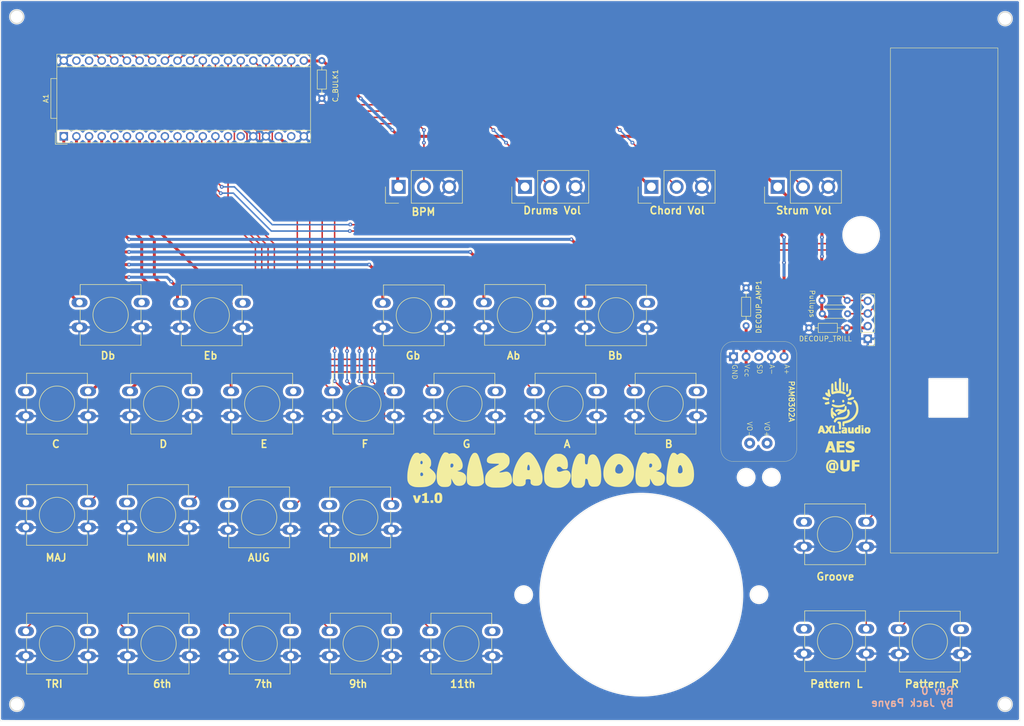
<source format=kicad_pcb>
(kicad_pcb (version 20241229) (generator "pcbnew") (generator_version "9.0")
  (title_block (title "Brizachord") (rev "0") (company "AXL.audio"))
  (layers (0 "F.Cu" signal) (2 "B.Cu" signal) (13 "F.Paste" user) (15 "B.Paste" user) (5 "F.SilkS" user "F.Silkscreen") (7 "B.SilkS" user "B.Silkscreen") (1 "F.Mask" user) (3 "B.Mask" user) (25 "Edge.Cuts" user))
  (net 0 "")
  (net 1 "/A0")
  (net 2 "GND")
  (net 3 "/D27")
  (net 4 "/D3")
  (net 5 "/I2C_SDA")
  (net 6 "/D24")
  (net 7 "/D23")
  (net 8 "/LINE_OUT")
  (net 9 "/I2C_SCL")
  (net 10 "/D10")
  (net 11 "/D22")
  (net 12 "/D4")
  (net 13 "/D29")
  (net 14 "/D2")
  (net 15 "/D7")
  (net 16 "/D13")
  (net 17 "/D6")
  (net 18 "/D28")
  (net 19 "/D1")
  (net 20 "/D19")
  (net 21 "/A3")
  (net 22 "/A2")
  (net 23 "/D14")
  (net 24 "/D20")
  (net 25 "/D8")
  (net 26 "/D25")
  (net 27 "/A1")
  (net 28 "/D5")
  (net 29 "/3V3_A")
  (net 30 "/D30")
  (net 31 "/D9")
  (net 32 "/D21")
  (net 33 "/D26")
  (net 34 "/D0")
  (footprint "Button_Switch_THT:SW_PUSH-12mm" (layer "F.Cu") (at 131.23 83.6 180)
    (property "Reference" "SWAb1" (hide yes))
    (property "Value" "SW_SPST" (hide yes))
  )
  (footprint "Connector_PinHeader_2.54mm:PinHeader_1x04_P2.54mm_Vertical" (layer "F.Cu") (at 195.896274 85.895387 180)
    (property "Reference" "TrillBar1" (hide yes))
    (property "Value" "~")
  )
  (footprint "Module:Electrosmith_Daisy_Seed" (layer "F.Cu") (at 34.29 45.18 90)
    (property "Reference" "A1")
    (property "Value" "Electrosmith_Daisy_Seed_Rev4")
  )
  (footprint "Button_Switch_THT:SW_PUSH-12mm" (layer "F.Cu") (at 100.75 101.46 180)
    (property "Reference" "SWF1" (hide yes))
    (property "Value" "SW_SPST" (hide yes))
  )
  (footprint "Button_Switch_THT:SW_PUSH-12mm" (layer "F.Cu") (at 60.11 101.46 180)
    (property "Reference" "SWD1" (hide yes))
    (property "Value" "SW_SPST" (hide yes))
  )
  (footprint "Button_Switch_THT:SW_PUSH-12mm" (layer "F.Cu") (at 59.49 123.84 180)
    (property "Reference" "SWQ_MIN1" (hide yes))
    (property "Value" "SW_SPST" (hide yes))
  )
  (footprint "Button_Switch_THT:SW_PUSH-12mm" (layer "F.Cu") (at 49.95 83.6 180)
    (property "Reference" "SWDb1" (hide yes))
    (property "Value" "SW_SPST" (hide yes))
  )
  (footprint "Button_Switch_THT:SW_PUSH-12mm" (layer "F.Cu") (at 151.55 83.68 180)
    (property "Reference" "SWBb1" (hide yes))
    (property "Value" "SW_SPST" (hide yes))
  )
  (footprint "Button_Switch_THT:SW_PUSH-12mm" (layer "F.Cu") (at 161.51 101.46 180)
    (property "Reference" "SWB1" (hide yes))
    (property "Value" "SW_SPST" (hide yes))
  )
  (footprint "Button_Switch_THT:SW_PUSH-12mm" (layer "F.Cu") (at 100.13 124.32 180)
    (property "Reference" "SWQ_DIM1" (hide yes))
    (property "Value" "SW_SPST" (hide yes))
  )
  (footprint "Connector_Samtec_HPM_THT:Samtec_HPM-03-01-x-S_Straight_1x03_Pitch5.08mm" (layer "F.Cu") (at 152.4 55.34 90)
    (property "Reference" "POT_CHORDVOL1" (hide yes))
    (property "Value" "R_Potentiometer_US" (hide yes))
  )
  (footprint "Button_Switch_THT:SW_PUSH-12mm" (layer "F.Cu") (at 39.17 101.46 180)
    (property "Reference" "SWC1" (hide yes))
    (property "Value" "SW_SPST" (hide yes))
  )
  (footprint "Button_Switch_THT:SW_PUSH-12mm" (layer "F.Cu") (at 121.07 101.46 180)
    (property "Reference" "SWG1" (hide yes))
    (property "Value" "SW_SPST" (hide yes))
  )
  (footprint "Button_Switch_THT:SW_PUSH-12mm" (layer "F.Cu") (at 39.17 149.72 180)
    (property "Reference" "SWE_TRI1" (hide yes))
    (property "Value" "SW_SPST")
  )
  (footprint "Resistor_THT:R_Axial_DIN0204_L3.6mm_D1.6mm_P5.08mm_Horizontal" (layer "F.Cu") (at 186.763758 80.864745)
    (property "Reference" "PULLUP_SDA1" (hide yes))
    (property "Value" "10k")
  )
  (footprint "Brizachord:PAM8302_BREAKOUT" (layer "F.Cu") (at 179.069999 89.495001 -90)
    (property "Reference" "PAM1" (hide yes))
    (property "Value" "~" (hide yes))
  )
  (footprint "Connector_Samtec_HPM_THT:Samtec_HPM-03-01-x-S_Straight_1x03_Pitch5.08mm" (layer "F.Cu") (at 177.8 55.34 90)
    (property "Reference" "POT_STRUMVOL1" (hide yes))
    (property "Value" "R_Potentiometer_US" (hide yes))
  )
  (footprint "Button_Switch_THT:SW_PUSH-12mm" (layer "F.Cu") (at 79.81 124.32 180)
    (property "Reference" "SWQ_AUG1" (hide yes))
    (property "Value" "SW_SPST" (hide yes))
  )
  (footprint "Button_Switch_THT:SW_PUSH-12mm" (layer "F.Cu") (at 80.43 101.46 180)
    (property "Reference" "SWE1" (hide yes))
    (property "Value" "SW_SPST" (hide yes))
  )
  (footprint "Button_Switch_THT:SW_PUSH-12mm" (layer "F.Cu") (at 120.45 149.72 180)
    (property "Reference" "SWE_11th1" (hide yes))
    (property "Value" "SW_SPST")
  )
  (footprint "Button_Switch_THT:SW_PUSH-12mm" (layer "F.Cu") (at 59.59 149.72 180)
    (property "Reference" "SWE_6th1" (hide yes))
    (property "Value" "SW_SPST")
  )
  (footprint "Brizachord:Prodlogos" (layer "F.Cu") (at 190.5 103.6)
    (property "Reference" "G***" (hide yes))
    (property "Value" "LOGO" (hide yes))
  )
  (footprint "Button_Switch_THT:SW_PUSH-12mm" (layer "F.Cu") (at 79.91 149.72 180)
    (property "Reference" "SWE_7th1" (hide yes))
    (property "Value" "SW_SPST")
  )
  (footprint "Button_Switch_THT:SW_PUSH-12mm" (layer "F.Cu") (at 110.91 83.68 180)
    (property "Reference" "SWGb1" (hide yes))
    (property "Value" "SW_SPST" (hide yes))
  )
  (footprint "Button_Switch_THT:SW_PUSH-12mm" (layer "F.Cu") (at 214.63 149.32 180)
    (property "Reference" "SWPS_R1" (hide yes))
    (property "Value" "SW_SPST")
  )
  (footprint "Button_Switch_THT:SW_PUSH-12mm" (layer "F.Cu") (at 141.39 101.46 180)
    (property "Reference" "SWA1" (hide yes))
    (property "Value" "SW_SPST" (hide yes))
  )
  (footprint "Button_Switch_THT:SW_PUSH-12mm" (layer "F.Cu") (at 39.17 123.84 180)
    (property "Reference" "SWQ_MAJ1" (hide yes))
    (property "Value" "SW_SPST")
  )
  (footprint "Resistor_THT:R_Axial_DIN0204_L3.6mm_D1.6mm_P7.62mm_Horizontal" (layer "F.Cu") (at 86.16 37.56 90)
    (property "Reference" "C_BULK1")
    (property "Value" "10uF")
  )
  (footprint "Resistor_THT:R_Axial_DIN0204_L3.6mm_D1.6mm_P5.08mm_Horizontal" (layer "F.Cu") (at 191.786332 78.188714 180)
    (property "Reference" "PULLUP_SCL1" (hide yes))
    (property "Value" "10k")
  )
  (footprint "Button_Switch_THT:SW_PUSH-12mm" (layer "F.Cu") (at 70.27 83.68 180)
    (property "Reference" "SWEb1" (hide yes))
    (property "Value" "SW_SPST" (hide yes))
  )
  (footprint "Connector_Samtec_HPM_THT:Samtec_HPM-03-01-x-S_Straight_1x03_Pitch5.08mm" (layer "F.Cu") (at 127 55.34 90)
    (property "Reference" "POT_DRUMVOL1" (hide yes))
    (property "Value" "R_Potentiometer_US" (hide yes))
  )
  (footprint "Button_Switch_THT:SW_PUSH-12mm" (layer "F.Cu") (at 195.58 127.73 180)
    (property "Reference" "SW_GRVTGL1" (hide yes))
    (property "Value" "SW_SPST")
  )
  (footprint "Button_Switch_THT:SW_PUSH-12mm" (layer "F.Cu") (at 100.23 149.72 180)
    (property "Reference" "SWE_9th1" (hide yes))
    (property "Value" "SW_SPST")
  )
  (footprint "Button_Switch_THT:SW_PUSH-12mm" (layer "F.Cu") (at 195.58 149.24 180)
    (property "Reference" "SWPS_L1" (hide yes))
    (property "Value" "SW_SPST")
  )
  (footprint "Brizachord:Brizachordlogo" (layer "F.Cu") (at 143.51 111.76)
    (property "Reference" "G***" (hide yes))
    (property "Value" "LOGO" (hide yes))
  )
  (footprint "Resistor_THT:R_Axial_DIN0204_L3.6mm_D1.6mm_P7.62mm_Horizontal" (layer "F.Cu") (at 191.677636 83.711601 180)
    (property "Reference" "DECOUP_TRILL1" (hide yes))
    (property "Value" "0.1uF")
  )
  (footprint "Resistor_THT:R_Axial_DIN0204_L3.6mm_D1.6mm_P7.62mm_Horizontal" (layer "F.Cu") (at 171.45 83.28 90)
    (property "Reference" "DECOUP_AMP1")
    (property "Value" "0.1uF" (hide yes))
  )
  (footprint "Connector_Samtec_HPM_THT:Samtec_HPM-03-01-x-S_Straight_1x03_Pitch5.08mm" (layer "F.Cu") (at 101.6 55.34 90)
    (property "Reference" "POT_BPM1" (hide yes))
    (property "Value" "R_Potentiometer_US" (hide yes))
  )
  (gr_rect (start 200.46 27.4) (end 222.06 129) (stroke (width 0.1)) (fill no) (layer "F.SilkS"))
  (gr_circle (center 150.38 137.38) (end 170.68 137.38) (stroke (width 0.05)) (fill no) (layer "Edge.Cuts"))
  (gr_circle (center 223.52 21.51) (end 224.87 21.51) (stroke (width 0.2)) (fill no) (layer "Edge.Cuts"))
  (gr_circle (center 126.73 137.38) (end 128.43 137.38) (stroke (width 0.05)) (fill no) (layer "Edge.Cuts"))
  (gr_circle (center 176.53 113.76) (end 178.23 113.76) (stroke (width 0.05)) (fill no) (layer "Edge.Cuts"))
  (gr_circle (center 24.84 21.13) (end 26.19 21.13) (stroke (width 0.2)) (fill no) (layer "Edge.Cuts"))
  (gr_circle (center 24.84 159.43) (end 26.19 159.43) (stroke (width 0.2)) (fill no) (layer "Edge.Cuts"))
  (gr_circle (center 171.45 113.76) (end 173.15 113.76) (stroke (width 0.05)) (fill no) (layer "Edge.Cuts"))
  (gr_rect (start 21.49 17.78) (end 226.49 162.78) (stroke (width 0.05)) (fill no) (layer "Edge.Cuts"))
  (gr_circle (center 223.52 159.43) (end 224.87 159.43) (stroke (width 0.2)) (fill no) (layer "Edge.Cuts"))
  (gr_rect (start 208.28 93.98) (end 215.9 101.6) (stroke (width 0.05)) (fill no) (layer "Edge.Cuts"))
  (gr_circle (center 174.03 137.38) (end 175.73 137.38) (stroke (width 0.05)) (fill no) (layer "Edge.Cuts"))
  (gr_circle (center 194.573545 65.000662) (end 197.113545 67.540662) (stroke (width 0.05)) (fill no) (layer "Edge.Cuts"))
  (gr_text "Eb" (at 62.23 90.17 0) (layer "F.SilkS") (effects (font (size 1.5 1.5) (thickness 0.3) (bold yes)) (justify left bottom)))
  (gr_text "A" (at 134.62 107.95 0) (layer "F.SilkS") (effects (font (size 1.5 1.5) (thickness 0.3) (bold yes)) (justify left bottom)))
  (gr_text "Ab" (at 123.19 90.17 0) (layer "F.SilkS") (effects (font (size 1.5 1.5) (thickness 0.3) (bold yes)) (justify left bottom)))
  (gr_text "F" (at 93.98 107.95 0) (layer "F.SilkS") (effects (font (size 1.5 1.5) (thickness 0.3) (bold yes)) (justify left bottom)))
  (gr_text "Pullups" (at 184.137634 76 270) (layer "F.SilkS") (effects (font (size 1 1) (thickness 0.1246) (bold yes)) (justify left bottom)))
  (gr_text "D" (at 53.34 107.95 0) (layer "F.SilkS") (effects (font (size 1.5 1.5) (thickness 0.3) (bold yes)) (justify left bottom)))
  (gr_text "BPM" (at 104.024431 61.254832 0) (layer "F.SilkS") (effects (font (size 1.5 1.5) (thickness 0.3) (bold yes)) (justify left bottom)))
  (gr_text "Groove" (at 185.42 134.62 0) (layer "F.SilkS") (effects (font (size 1.5 1.5) (thickness 0.3) (bold yes)) (justify left bottom)))
  (gr_text "MAJ" (at 30.48 130.81 0) (layer "F.SilkS") (effects (font (size 1.5 1.5) (thickness 0.3) (bold yes)) (justify left bottom)))
  (gr_text "E" (at 73.66 107.95 0) (layer "F.SilkS") (effects (font (size 1.5 1.5) (thickness 0.3) (bold yes)) (justify left bottom)))
  (gr_text "TRI\n" (at 30.48 156.21 0) (layer "F.SilkS") (effects (font (size 1.5 1.5) (thickness 0.3) (bold yes)) (justify left bottom)))
  (gr_text "DECOUP_TRILL\n" (at 182 86.478155 0) (layer "F.SilkS") (effects (font (size 1 1) (thickness 0.1246) (bold yes)) (justify left bottom)))
  (gr_text "Gb" (at 102.87 90.17 0) (layer "F.SilkS") (effects (font (size 1.5 1.5) (thickness 0.3) (bold yes)) (justify left bottom)))
  (gr_text "Db" (at 41.539344 90.17 0) (layer "F.SilkS") (effects (font (size 1.5 1.5) (thickness 0.3) (bold yes)) (justify left bottom)))
  (gr_text "MIN" (at 50.8 130.81 0) (layer "F.SilkS") (effects (font (size 1.5 1.5) (thickness 0.3) (bold yes)) (justify left bottom)))
  (gr_text "C" (at 31.75 107.95 0) (layer "F.SilkS") (effects (font (size 1.5 1.5) (thickness 0.3) (bold yes)) (justify left bottom)))
  (gr_text "AUG" (at 71.12 130.81 0) (layer "F.SilkS") (effects (font (size 1.5 1.5) (thickness 0.3) (bold yes)) (justify left bottom)))
  (gr_text "9th" (at 91.44 156.21 0) (layer "F.SilkS") (effects (font (size 1.5 1.5) (thickness 0.3) (bold yes)) (justify left bottom)))
  (gr_text "G" (at 114.3 107.95 0) (layer "F.SilkS") (effects (font (size 1.5 1.5) (thickness 0.3) (bold yes)) (justify left bottom)))
  (gr_text "DIM" (at 91.44 130.81 0) (layer "F.SilkS") (effects (font (size 1.5 1.5) (thickness 0.3) (bold yes)) (justify left bottom)))
  (gr_text "Bb" (at 143.51 90.17 0) (layer "F.SilkS") (effects (font (size 1.5 1.5) (thickness 0.3) (bold yes)) (justify left bottom)))
  (gr_text "Drums Vol" (at 126.476101 60.96 0) (layer "F.SilkS") (effects (font (size 1.5 1.5) (thickness 0.3) (bold yes)) (justify left bottom)))
  (gr_text "B" (at 154.94 107.95 0) (layer "F.SilkS") (effects (font (size 1.5 1.5) (thickness 0.3) (bold yes)) (justify left bottom)))
  (gr_text "Pattern R" (at 203.2 156.21 0) (layer "F.SilkS") (effects (font (size 1.5 1.5) (thickness 0.3) (bold yes)) (justify left bottom)))
  (gr_text "11th" (at 111.76 156.21 0) (layer "F.SilkS") (effects (font (size 1.5 1.5) (thickness 0.3) (bold yes)) (justify left bottom)))
  (gr_text "Chord Vol\n" (at 151.869715 60.96 0) (layer "F.SilkS") (effects (font (size 1.5 1.5) (thickness 0.3) (bold yes)) (justify left bottom)))
  (gr_text "7th" (at 72.39 156.21 0) (layer "F.SilkS") (effects (font (size 1.5 1.5) (thickness 0.3) (bold yes)) (justify left bottom)))
  (gr_text "Strum Vol" (at 177.299405 60.96 0) (layer "F.SilkS") (effects (font (size 1.5 1.5) (thickness 0.3) (bold yes)) (justify left bottom)))
  (gr_text "Pattern L" (at 184.15 156.21 0) (layer "F.SilkS") (effects (font (size 1.5 1.5) (thickness 0.3) (bold yes)) (justify left bottom)))
  (gr_text "6th" (at 52.07 156.21 0) (layer "F.SilkS") (effects (font (size 1.5 1.5) (thickness 0.3) (bold yes)) (justify left bottom)))
  (gr_text "Rev 0\nBy Jack Payne" (at 213.36 160.02 0) (layer "B.SilkS") (effects (font (size 1.5 1.5) (thickness 0.3) (bold yes)) (justify left bottom mirror)))
  (segment (start 80.01 37.56) (end 81.28 38.83) (width 0.3048) (layer "F.Cu") (net 1))
  (segment (start 166.37 38.83) (end 182.88 55.34) (width 0.3048) (layer "F.Cu") (net 1))
  (segment (start 80.01 29.94) (end 80.01 37.56) (width 0.3048) (layer "F.Cu") (net 1))
  (segment (start 81.28 38.83) (end 166.37 38.83) (width 0.3048) (layer "F.Cu") (net 1))
  (segment (start 38.1 139.16) (end 41.53 139.16) (width 0.3048) (layer "F.Cu") (net 3))
  (segment (start 31.75 23.59) (end 26.67 28.67) (width 0.3048) (layer "F.Cu") (net 3))
  (segment (start 30.48 78.2) (end 30.48 131.54) (width 0.3048) (layer "F.Cu") (net 3))
  (segment (start 49.53 29.94) (end 43.18 23.59) (width 0.3048) (layer "F.Cu") (net 3))
  (segment (start 26.67 74.39) (end 30.48 78.2) (width 0.3048) (layer "F.Cu") (net 3))
  (segment (start 30.48 131.54) (end 38.1 139.16) (width 0.3048) (layer "F.Cu") (net 3))
  (segment (start 41.53 139.16) (end 47.09 144.72) (width 0.3048) (layer "F.Cu") (net 3))
  (segment (start 43.18 23.59) (end 31.75 23.59) (width 0.3048) (layer "F.Cu") (net 3))
  (segment (start 26.67 28.67) (end 26.67 74.39) (width 0.3048) (layer "F.Cu") (net 3))
  (segment (start 118.73 71.18) (end 118.73 78.6) (width 0.6) (layer "F.Cu") (net 4))
  (segment (start 44.87 68.44) (end 47.41 68.44) (width 0.6) (layer "F.Cu") (net 4))
  (segment (start 115.99 68.44) (end 118.73 71.18) (width 0.6) (layer "F.Cu") (net 4))
  (segment (start 41.91 65.48) (end 44.87 68.44) (width 0.6) (layer "F.Cu") (net 4))
  (segment (start 41.91 45.26) (end 41.91 65.48) (width 0.6) (layer "F.Cu") (net 4))
  (via (at 115.99 68.44) (size 0.76) (drill 0.3) (layers "F.Cu" "B.Cu") (net 4))
  (via (at 47.41 68.44) (size 0.76) (drill 0.3) (layers "F.Cu" "B.Cu") (net 4))
  (segment (start 47.41 68.44) (end 115.99 68.44) (width 0.6) (layer "B.Cu") (net 4))
  (segment (start 140.97 66.77) (end 187.96 66.77) (width 0.3048) (layer "F.Cu") (net 5))
  (segment (start 187.96 66.77) (end 198.12 76.93) (width 0.3048) (layer "F.Cu") (net 5))
  (segment (start 198.12 76.93) (end 198.12 78.591661) (width 0.3048) (layer "F.Cu") (net 5))
  (segment (start 64.77 52.8) (end 64.77 54.07) (width 0.3048) (layer "F.Cu") (net 5))
  (segment (start 64.77 54.07) (end 66.04 55.34) (width 0.3048) (layer "F.Cu") (net 5))
  (segment (start 198.12 78.591661) (end 195.896274 80.815387) (width 0.3048) (layer "F.Cu") (net 5))
  (segment (start 137.16 62.96) (end 140.97 66.77) (width 0.3048) (layer "F.Cu") (net 5))
  (segment (start 64.77 45.26) (end 64.77 52.8) (width 0.3048) (layer "F.Cu") (net 5))
  (segment (start 195.846916 80.864745) (end 195.896274 80.815387) (width 0.3048) (layer "F.Cu") (net 5))
  (segment (start 91.874112 62.910458) (end 91.923654 62.96) (width 0.3048) (layer "F.Cu") (net 5))
  (segment (start 191.843758 80.864745) (end 195.846916 80.864745) (width 0.3048) (layer "F.Cu") (net 5))
  (segment (start 91.923654 62.96) (end 137.16 62.96) (width 0.3048) (layer "F.Cu") (net 5))
  (via (at 66.04 55.34) (size 0.76) (drill 0.3) (layers "F.Cu" "B.Cu") (net 5))
  (via (at 91.874112 62.910458) (size 0.76) (drill 0.3) (layers "F.Cu" "B.Cu") (net 5))
  (segment (start 91.82457 62.96) (end 91.874112 62.910458) (width 0.3048) (layer "B.Cu") (net 5))
  (segment (start 66.04 55.34) (end 68.58 55.34) (width 0.3048) (layer "B.Cu") (net 5))
  (segment (start 76.2 62.96) (end 91.44 62.96) (width 0.3048) (layer "B.Cu") (net 5))
  (segment (start 68.58 55.34) (end 76.2 62.96) (width 0.3048) (layer "B.Cu") (net 5))
  (segment (start 91.44 62.96) (end 91.82457 62.96) (width 0.3048) (layer "B.Cu") (net 5))
  (segment (start 203.2 131.54) (end 203.2 38.83) (width 0.3048) (layer "F.Cu") (net 6))
  (segment (start 61.04 26.13) (end 57.15 30.02) (width 0.3048) (layer "F.Cu") (net 6))
  (segment (start 195.58 139.16) (end 203.2 131.54) (width 0.3048) (layer "F.Cu") (net 6))
  (segment (start 195.58 144.24) (end 195.58 139.16) (width 0.3048) (layer "F.Cu") (net 6))
  (segment (start 203.2 38.83) (end 190.5 26.13) (width 0.3048) (layer "F.Cu") (net 6))
  (segment (start 190.5 26.13) (end 61.04 26.13) (width 0.3048) (layer "F.Cu") (net 6))
  (segment (start 59.69 30.02) (end 62.23 27.48) (width 0.3048) (layer "F.Cu") (net 7))
  (segment (start 195.58 122.73) (end 195.58 122.65) (width 0.3048) (layer "F.Cu") (net 7))
  (segment (start 189.23 27.4) (end 201.93 40.1) (width 0.3048) (layer "F.Cu") (net 7))
  (segment (start 62.23 27.4) (end 189.23 27.4) (width 0.3048) (layer "F.Cu") (net 7))
  (segment (start 62.23 27.48) (end 62.23 27.4) (width 0.3048) (layer "F.Cu") (net 7))
  (segment (start 201.93 40.1) (end 201.93 116.3) (width 0.3048) (layer "F.Cu") (net 7))
  (segment (start 195.58 122.65) (end 201.93 116.3) (width 0.3048) (layer "F.Cu") (net 7))
  (segment (start 175.26 61.69) (end 179.07 65.5) (width 0.6) (layer "F.Cu") (net 8))
  (segment (start 93.9 61.69) (end 175.26 61.69) (width 0.6) (layer "F.Cu") (net 8))
  (segment (start 77.47 45.26) (end 93.9 61.69) (width 0.6) (layer "F.Cu") (net 8))
  (segment (start 179.07 89.503) (end 179.07 70.58) (width 0.6) (layer "F.Cu") (net 8))
  (via (at 179.07 70.58) (size 0.76) (drill 0.3) (layers "F.Cu" "B.Cu") (net 8))
  (via (at 179.07 65.5) (size 0.76) (drill 0.3) (layers "F.Cu" "B.Cu") (net 8))
  (segment (start 179.07 70.58) (end 179.07 73.12) (width 0.6) (layer "B.Cu") (net 8))
  (segment (start 179.07 73.12) (end 179.07 65.5) (width 0.6) (layer "B.Cu") (net 8))
  (segment (start 187.76 74.162382) (end 191.786332 78.188714) (width 0.3048) (layer "F.Cu") (net 9))
  (segment (start 136.96 64.23) (end 140.77 68.04) (width 0.3048) (layer "F.Cu") (net 9))
  (segment (start 91.791641 64.23) (end 136.96 64.23) (width 0.3048) (layer "F.Cu") (net 9))
  (segment (start 140.77 68.04) (end 187.76 68.04) (width 0.3048) (layer "F.Cu") (net 9))
  (segment (start 62.03 45.46) (end 62.03 52.8) (width 0.3048) (layer "F.Cu") (net 9))
  (segment (start 62.23 45.26) (end 62.03 45.46) (width 0.3048) (layer "F.Cu") (net 9))
  (segment (start 62.03 52.8) (end 65.84 56.61) (width 0.3048) (layer "F.Cu") (net 9))
  (segment (start 191.786332 78.188714) (end 195.809601 78.188714) (width 0.3048) (layer "F.Cu") (net 9))
  (segment (start 195.809601 78.188714) (end 195.896274 78.275387) (width 0.3048) (layer "F.Cu") (net 9))
  (segment (start 187.76 68.04) (end 187.76 74.162382) (width 0.3048) (layer "F.Cu") (net 9))
  (via (at 65.84 56.61) (size 0.76) (drill 0.3) (layers "F.Cu" "B.Cu") (net 9))
  (via (at 91.791641 64.23) (size 0.76) (drill 0.3) (layers "F.Cu" "B.Cu") (net 9))
  (segment (start 91.44 64.23) (end 91.791641 64.23) (width 0.3048) (layer "B.Cu") (net 9))
  (segment (start 68.38 56.61) (end 76 64.23) (width 0.3048) (layer "B.Cu") (net 9))
  (segment (start 65.84 56.61) (end 68.38 56.61) (width 0.3048) (layer "B.Cu") (net 9))
  (segment (start 76 64.23) (end 91.44 64.23) (width 0.3048) (layer "B.Cu") (net 9))
  (segment (start 123.73 91.3) (end 128.89 96.46) (width 0.305) (layer "F.Cu") (net 10))
  (segment (start 59.69 51.61) (end 75.35 67.27) (width 0.305) (layer "F.Cu") (net 10))
  (segment (start 59.69 45.26) (end 59.69 51.61) (width 0.305) (layer "F.Cu") (net 10))
  (segment (start 76.62 91.3) (end 123.73 91.3) (width 0.305) (layer "F.Cu") (net 10))
  (segment (start 75.35 67.27) (end 75.35 90.03) (width 0.305) (layer "F.Cu") (net 10))
  (segment (start 75.35 90.03) (end 76.62 91.3) (width 0.305) (layer "F.Cu") (net 10))
  (segment (start 91.23 110.16) (end 90.17 111.22) (width 0.3048) (layer "F.Cu") (net 11))
  (segment (start 91.23 96.92) (end 91.23 110.16) (width 0.3048) (layer "F.Cu") (net 11))
  (segment (start 81.23 61.92) (end 81.23 74.42) (width 0.3048) (layer "F.Cu") (net 11))
  (segment (start 88.73 94.42) (end 91.23 96.92) (width 0.3048) (layer "F.Cu") (net 11))
  (segment (start 62.23 30.02) (end 62.23 37.56) (width 0.3048) (layer "F.Cu") (net 11))
  (segment (start 39.37 118.84) (end 46.99 111.22) (width 0.3048) (layer "F.Cu") (net 11))
  (segment (start 62.23 37.56) (end 68.58 43.91) (width 0.3048) (layer "F.Cu") (net 11))
  (segment (start 68.58 49.2034) (end 68.58 49.27) (width 0.3048) (layer "F.Cu") (net 11))
  (segment (start 68.58 49.27) (end 81.23 61.92) (width 0.3048) (layer "F.Cu") (net 11))
  (segment (start 88.73 81.92) (end 88.73 88.36) (width 0.3048) (layer "F.Cu") (net 11))
  (segment (start 90.17 111.22) (end 46.99 111.22) (width 0.3048) (layer "F.Cu") (net 11))
  (segment (start 81.23 74.42) (end 88.73 81.92) (width 0.3048) (layer "F.Cu") (net 11))
  (segment (start 68.58 43.91) (end 68.58 49.2034) (width 0.3048) (layer "F.Cu") (net 11))
  (via (at 88.73 94.42) (size 0.76) (drill 0.3) (layers "F.Cu" "B.Cu") (net 11))
  (via (at 88.73 88.36) (size 0.76) (drill 0.3) (layers "F.Cu" "B.Cu") (net 11))
  (segment (start 88.73 94.42) (end 88.73 88.36) (width 0.3048) (layer "B.Cu") (net 11))
  (segment (start 44.45 62.94) (end 47.41 65.9) (width 0.6) (layer "F.Cu") (net 12))
  (segment (start 136.31 65.9) (end 139.05 68.64) (width 0.6) (layer "F.Cu") (net 12))
  (segment (start 44.45 45.26) (end 44.45 62.94) (width 0.6) (layer "F.Cu") (net 12))
  (segment (start 139.05 68.64) (end 139.05 78.68) (width 0.6) (layer "F.Cu") (net 12))
  (via (at 47.41 65.9) (size 0.76) (drill 0.3) (layers "F.Cu" "B.Cu") (net 12))
  (via (at 136.31 65.9) (size 0.76) (drill 0.3) (layers "F.Cu" "B.Cu") (net 12))
  (segment (start 47.41 65.9) (end 136.31 65.9) (width 0.6) (layer "B.Cu") (net 12))
  (segment (start 33.02 131.54) (end 33.02 78.2) (width 0.3048) (layer "F.Cu") (net 13))
  (segment (start 31.75 26.13) (end 40.64 26.13) (width 0.3048) (layer "F.Cu") (net 13))
  (segment (start 87.73 144.34) (end 80.01 136.62) (width 0.3048) (layer "F.Cu") (net 13))
  (segment (start 40.64 26.13) (end 44.45 29.94) (width 0.3048) (layer "F.Cu") (net 13))
  (segment (start 38.1 136.62) (end 33.02 131.54) (width 0.3048) (layer "F.Cu") (net 13))
  (segment (start 33.02 78.2) (end 29.21 74.39) (width 0.3048) (layer "F.Cu") (net 13))
  (segment (start 29.21 74.39) (end 29.21 28.67) (width 0.3048) (layer "F.Cu") (net 13))
  (segment (start 80.01 136.62) (end 38.1 136.62) (width 0.3048) (layer "F.Cu") (net 13))
  (segment (start 29.21 28.67) (end 31.75 26.13) (width 0.3048) (layer "F.Cu") (net 13))
  (segment (start 87.73 144.72) (end 87.73 144.34) (width 0.3048) (layer "F.Cu") (net 13))
  (segment (start 39.37 68.02) (end 42.33 70.98) (width 0.6) (layer "F.Cu") (net 14))
  (segment (start 39.37 45.26) (end 39.37 68.02) (width 0.6) (layer "F.Cu") (net 14))
  (segment (start 42.33 70.98) (end 47.41 70.98) (width 0.6) (layer "F.Cu") (net 14))
  (segment (start 95.67 70.98) (end 98.41 73.72) (width 0.6) (layer "F.Cu") (net 14))
  (segment (start 98.41 73.72) (end 98.41 78.68) (width 0.6) (layer "F.Cu") (net 14))
  (via (at 95.67 70.98) (size 0.76) (drill 0.3) (layers "F.Cu" "B.Cu") (net 14))
  (via (at 47.41 70.98) (size 0.76) (drill 0.3) (layers "F.Cu" "B.Cu") (net 14))
  (segment (start 47.41 70.98) (end 95.67 70.98) (width 0.6) (layer "B.Cu") (net 14))
  (segment (start 67.93 78.8) (end 67.93 96.46) (width 0.6) (layer "F.Cu") (net 15))
  (segment (start 52.07 62.94) (end 67.93 78.8) (width 0.6) (layer "F.Cu") (net 15))
  (segment (start 52.07 45.26) (end 52.07 62.94) (width 0.6) (layer "F.Cu") (net 15))
  (segment (start 76.62 66.855859) (end 76.62 88.76) (width 0.305) (layer "F.Cu") (net 16))
  (segment (start 149.01 96.38) (end 149.01 96.46) (width 0.305) (layer "F.Cu") (net 16))
  (segment (start 67.31 45.26) (end 67.31 57.545859) (width 0.305) (layer "F.Cu") (net 16))
  (segment (start 67.31 57.545859) (end 76.62 66.855859) (width 0.305) (layer "F.Cu") (net 16))
  (segment (start 76.62 88.76) (end 77.89 90.03) (width 0.305) (layer "F.Cu") (net 16))
  (segment (start 142.66 90.03) (end 149.01 96.38) (width 0.305) (layer "F.Cu") (net 16))
  (segment (start 77.89 90.03) (end 142.66 90.03) (width 0.305) (layer "F.Cu") (net 16))
  (segment (start 52.49 65.9) (end 52.49 73.52) (width 0.6) (layer "F.Cu") (net 17))
  (segment (start 55.03 88.76) (end 47.61 96.18) (width 0.6) (layer "F.Cu") (net 17))
  (segment (start 52.49 73.52) (end 55.03 76.06) (width 0.6) (layer "F.Cu") (net 17))
  (segment (start 47.61 96.18) (end 47.61 96.46) (width 0.6) (layer "F.Cu") (net 17))
  (segment (start 55.03 76.06) (end 55.03 88.76) (width 0.6) (layer "F.Cu") (net 17))
  (segment (start 49.53 62.94) (end 52.49 65.9) (width 0.6) (layer "F.Cu") (net 17))
  (segment (start 49.53 45.26) (end 49.53 62.94) (width 0.6) (layer "F.Cu") (net 17))
  (segment (start 27.94 28.67) (end 27.94 74.39) (width 0.3048) (layer "F.Cu") (net 18))
  (segment (start 31.75 78.2) (end 31.75 131.54) (width 0.3048) (layer "F.Cu") (net 18))
  (segment (start 31.75 24.86) (end 27.94 28.67) (width 0.3048) (layer "F.Cu") (net 18))
  (segment (start 67.41 144.34) (end 60.96 137.89) (width 0.3048) (layer "F.Cu") (net 18))
  (segment (start 46.99 29.94) (end 41.91 24.86) (width 0.3048) (layer "F.Cu") (net 18))
  (segment (start 67.41 144.72) (end 67.41 144.34) (width 0.3048) (layer "F.Cu") (net 18))
  (segment (start 41.91 24.86) (end 31.75 24.86) (width 0.3048) (layer "F.Cu") (net 18))
  (segment (start 31.75 131.54) (end 38.1 137.89) (width 0.3048) (layer "F.Cu") (net 18))
  (segment (start 38.1 137.89) (end 60.96 137.89) (width 0.3048) (layer "F.Cu") (net 18))
  (segment (start 27.94 74.39) (end 31.75 78.2) (width 0.3048) (layer "F.Cu") (net 18))
  (segment (start 39.79 73.52) (end 47.41 73.52) (width 0.6) (layer "F.Cu") (net 19))
  (segment (start 36.83 70.56) (end 39.79 73.52) (width 0.6) (layer "F.Cu") (net 19))
  (segment (start 55.88 74.39) (end 57.15 75.66) (width 0.6) (layer "F.Cu") (net 19))
  (segment (start 57.15 75.66) (end 57.15 78.06) (width 0.6) (layer "F.Cu") (net 19))
  (segment (start 57.15 78.06) (end 57.77 78.68) (width 0.6) (layer "F.Cu") (net 19))
  (segment (start 36.83 45.26) (end 36.83 70.56) (width 0.6) (layer "F.Cu") (net 19))
  (via (at 47.41 73.52) (size 0.76) (drill 0.3) (layers "F.Cu" "B.Cu") (net 19))
  (via (at 55.88 74.39) (size 0.76) (drill 0.3) (layers "F.Cu" "B.Cu") (net 19))
  (segment (start 55.03 73.54) (end 55.88 74.39) (width 0.6) (layer "B.Cu") (net 19))
  (segment (start 47.41 73.52) (end 55.03 73.52) (width 0.6) (layer "B.Cu") (net 19))
  (segment (start 55.03 73.52) (end 55.03 73.54) (width 0.6) (layer "B.Cu") (net 19))
  (segment (start 76.23 49.42) (end 76.2 49.39) (width 0.3048) (layer "F.Cu") (net 20))
  (segment (start 96.23 88.36) (end 96.23 81.92) (width 0.3048) (layer "F.Cu") (net 20))
  (segment (start 96.23 94.42) (end 98.73 96.92) (width 0.3048) (layer "F.Cu") (net 20))
  (segment (start 76.2 49.39) (end 76.2 44.39) (width 0.3048) (layer "F.Cu") (net 20))
  (segment (start 100.33 113.52) (end 100.33 119.32) (width 0.3048) (layer "F.Cu") (net 20))
  (segment (start 69.85 39.475065) (end 69.85 30.02) (width 0.3048) (layer "F.Cu") (net 20))
  (segment (start 74.284935 43.91) (end 69.85 39.475065) (width 0.3048) (layer "F.Cu") (net 20))
  (segment (start 76.2 44.39) (end 75.72 43.91) (width 0.3048) (layer "F.Cu") (net 20))
  (segment (start 75.72 43.91) (end 74.284935 43.91) (width 0.3048) (layer "F.Cu") (net 20))
  (segment (start 98.73 96.92) (end 98.73 111.92) (width 0.3048) (layer "F.Cu") (net 20))
  (segment (start 96.23 81.92) (end 88.73 74.42) (width 0.3048) (layer "F.Cu") (net 20))
  (segment (start 98.73 111.92) (end 100.33 113.52) (width 0.3048) (layer "F.Cu") (net 20))
  (segment (start 88.73 61.92) (end 76.23 49.42) (width 0.3048) (layer "F.Cu") (net 20))
  (segment (start 88.73 74.42) (end 88.73 61.92) (width 0.3048) (layer "F.Cu") (net 20))
  (via (at 96.23 94.42) (size 0.76) (drill 0.3) (layers "F.Cu" "B.Cu") (net 20))
  (via (at 96.23 88.36) (size 0.76) (drill 0.3) (layers "F.Cu" "B.Cu") (net 20))
  (segment (start 96.23 94.42) (end 96.23 88.36) (width 0.3048) (layer "B.Cu") (net 20))
  (segment (start 72.39 29.94) (end 73.73 31.28) (width 0.3048) (layer "F.Cu") (net 21))
  (segment (start 75.16531 42.64) (end 105.41 42.64) (width 0.3048) (layer "F.Cu") (net 21))
  (segment (start 105.41 42.64) (end 106.68 43.91) (width 0.3048) (layer "F.Cu") (net 21))
  (segment (start 75.16531 42.64) (end 73.66 41.13469) (width 0.3048) (layer "F.Cu") (net 21))
  (segment (start 73.66 31.28) (end 73.66 40.1) (width 0.3048) (layer "F.Cu") (net 21))
  (segment (start 106.68 55.34) (end 106.68 46.45) (width 0.3048) (layer "F.Cu") (net 21))
  (segment (start 73.66 41.13469) (end 73.66 40.1) (width 0.3048) (layer "F.Cu") (net 21))
  (via (at 106.68 46.45) (size 0.76) (drill 0.3) (layers "F.Cu" "B.Cu") (net 21))
  (via (at 106.68 43.91) (size 0.76) (drill 0.3) (layers "F.Cu" "B.Cu") (net 21))
  (segment (start 106.68 46.45) (end 106.68 43.91) (width 0.3048) (layer "B.Cu") (net 21))
  (segment (start 76.2 41.37) (end 118.11 41.37) (width 0.3048) (layer "F.Cu") (net 22))
  (segment (start 74.93 40.1) (end 76.2 41.37) (width 0.3048) (layer "F.Cu") (net 22))
  (segment (start 118.11 41.37) (end 120.65 43.91) (width 0.3048) (layer "F.Cu") (net 22))
  (segment (start 74.93 29.94) (end 74.93 40.1) (width 0.3048) (layer "F.Cu") (net 22))
  (segment (start 132.08 55.34) (end 123.19 46.45) (width 0.3048) (layer "F.Cu") (net 22))
  (via (at 120.65 43.91) (size 0.76) (drill 0.3) (layers "F.Cu" "B.Cu") (net 22))
  (via (at 123.19 46.45) (size 0.76) (drill 0.3) (layers "F.Cu" "B.Cu") (net 22))
  (segment (start 123.19 46.45) (end 120.65 43.91) (width 0.3048) (layer "B.Cu") (net 22))
  (segment (start 73.66 49.35) (end 73.7266 49.4166) (width 0.3048) (layer "F.Cu") (net 24))
  (segment (start 67.31 30.02) (end 67.31 38.338135) (width 0.3048) (layer "F.Cu") (net 24))
  (segment (start 80.43 119.32) (end 80.8 119.32) (width 0.3048) (layer "F.Cu") (net 24))
  (segment (start 93.73 81.92) (end 93.73 88.36) (width 0.3048) (layer "F.Cu") (net 24))
  (segment (start 93.73 94.42) (end 96.23 96.92) (width 0.3048) (layer "F.Cu") (net 24))
  (segment (start 96.23 96.92) (end 96.23 96.96) (width 0.3048) (layer "F.Cu") (net 24))
  (segment (start 96.23 96.96) (end 97.79 98.52) (width 0.3048) (layer "F.Cu") (net 24))
  (segment (start 97.79 111.22) (end 95.25 113.76) (width 0.3048) (layer "F.Cu") (net 24))
  (segment (start 97.79 98.52) (end 97.79 111.22) (width 0.3048) (layer "F.Cu") (net 24))
  (segment (start 86.23 74.42) (end 93.73 81.92) (width 0.3048) (layer "F.Cu") (net 24))
  (segment (start 73.7266 49.4166) (end 86.23 61.92) (width 0.3048) (layer "F.Cu") (net 24))
  (segment (start 95.25 113.76) (end 86.36 113.76) (width 0.3048) (layer "F.Cu") (net 24))
  (segment (start 80.8 119.32) (end 86.36 113.76) (width 0.3048) (layer "F.Cu") (net 24))
  (segment (start 73.66 44.688135) (end 73.66 49.35) (width 0.3048) (layer "F.Cu") (net 24))
  (segment (start 67.31 38.338135) (end 73.66 44.688135) (width 0.3048) (layer "F.Cu") (net 24))
  (segment (start 86.23 61.92) (end 86.23 74.42) (width 0.3048) (layer "F.Cu") (net 24))
  (via (at 93.73 88.36) (size 0.76) (drill 0.3) (layers "F.Cu" "B.Cu") (net 24))
  (via (at 93.73 94.42) (size 0.76) (drill 0.3) (layers "F.Cu" "B.Cu") (net 24))
  (segment (start 93.73 94.42) (end 93.73 88.36) (width 0.3048) (layer "B.Cu") (net 24))
  (segment (start 54.61 49.07) (end 72.81 67.27) (width 0.305) (layer "F.Cu") (net 25))
  (segment (start 85.63 93.84) (end 88.25 96.46) (width 0.305) (layer "F.Cu") (net 25))
  (segment (start 72.81 67.27) (end 72.81 92.57) (width 0.305) (layer "F.Cu") (net 25))
  (segment (start 72.81 92.57) (end 74.08 93.84) (width 0.305) (layer "F.Cu") (net 25))
  (segment (start 74.08 93.84) (end 85.63 93.84) (width 0.305) (layer "F.Cu") (net 25))
  (segment (start 54.61 45.26) (end 54.61 49.07) (width 0.305) (layer "F.Cu") (net 25))
  (segment (start 191.77 24.86) (end 204.47 37.56) (width 0.3048) (layer "F.Cu") (net 26))
  (segment (start 59.77 24.86) (end 191.77 24.86) (width 0.3048) (layer "F.Cu") (net 26))
  (segment (start 204.47 141.98) (end 202.13 144.32) (width 0.3048) (layer "F.Cu") (net 26))
  (segment (start 204.47 37.56) (end 204.47 141.98) (width 0.3048) (layer "F.Cu") (net 26))
  (segment (start 54.61 30.02) (end 59.77 24.86) (width 0.3048) (layer "F.Cu") (net 26))
  (segment (start 157.48 55.34) (end 148.59 46.45) (width 0.3048) (layer "F.Cu") (net 27))
  (segment (start 77.47 38.83) (end 78.74 40.1) (width 0.3048) (layer "F.Cu") (net 27))
  (segment (start 78.74 40.1) (end 142.24 40.1) (width 0.3048) (layer "F.Cu") (net 27))
  (segment (start 142.24 40.1) (end 146.05 43.91) (width 0.3048) (layer "F.Cu") (net 27))
  (segment (start 77.47 29.94) (end 77.47 38.83) (width 0.3048) (layer "F.Cu") (net 27))
  (via (at 146.05 43.91) (size 0.76) (drill 0.3) (layers "F.Cu" "B.Cu") (net 27))
  (via (at 148.59 46.45) (size 0.76) (drill 0.3) (layers "F.Cu" "B.Cu") (net 27))
  (segment (start 148.59 46.45) (end 146.05 43.91) (width 0.3048) (layer "B.Cu") (net 27))
  (segment (start 52.49 86.22) (end 44.87 93.84) (width 0.6) (layer "F.Cu") (net 28))
  (segment (start 46.99 45.26) (end 46.99 62.94) (width 0.6) (layer "F.Cu") (net 28))
  (segment (start 46.99 62.94) (end 49.95 65.9) (width 0.6) (layer "F.Cu") (net 28))
  (segment (start 49.95 73.52) (end 52.49 76.06) (width 0.6) (layer "F.Cu") (net 28))
  (segment (start 49.95 65.9) (end 49.95 73.52) (width 0.6) (layer "F.Cu") (net 28))
  (segment (start 42.41 93.84) (end 39.79 96.46) (width 0.6) (layer "F.Cu") (net 28))
  (segment (start 52.49 76.06) (end 52.49 86.22) (width 0.6) (layer "F.Cu") (net 28))
  (segment (start 44.87 93.84) (end 42.41 93.84) (width 0.6) (layer "F.Cu") (net 28))
  (segment (start 191.677636 83.711601) (end 191.677636 86.982364) (width 0.6) (layer "F.Cu") (net 29))
  (segment (start 82.55 30.02) (end 86.08 30.02) (width 0.6) (layer "F.Cu") (net 29))
  (segment (start 100.33 43.91) (end 101.6 45.18) (width 0.6) (layer "F.Cu") (net 29))
  (segment (start 185.22 93.44) (end 173.99 93.44) (width 0.6) (layer "F.Cu") (net 29))
  (segment (start 186.65 78.2) (end 186.65 80.74) (width 0.6) (layer "F.Cu") (net 29))
  (segment (start 186.65 80.74) (end 189.621601 83.711601) (width 0.6) (layer "F.Cu") (net 29))
  (segment (start 101.4 45.18) (end 101.6 45.18) (width 0.6) (layer "F.Cu") (net 29))
  (segment (start 171.45 90.9) (end 171.45 89.503) (width 0.6) (layer "F.Cu") (net 29))
  (segment (start 177.8 55.34) (end 186.69 64.23) (width 0.6) (layer "F.Cu") (net 29))
  (segment (start 186.69 64.23) (end 186.69 65.5) (width 0.6) (layer "F.Cu") (net 29))
  (segment (start 101.6 45.18) (end 116.64 45.18) (width 0.6) (layer "F.Cu") (net 29))
  (segment (start 191.677636 83.711601) (end 195.54006 83.711601) (width 0.6) (layer "F.Cu") (net 29))
  (segment (start 86.08 30.02) (end 86.16 29.94) (width 0.6) (layer "F.Cu") (net 29))
  (segment (start 167.44 45.18) (end 177.6 55.34) (width 0.6) (layer "F.Cu") (net 29))
  (segment (start 142.04 45.18) (end 167.44 45.18) (width 0.6) (layer "F.Cu") (net 29))
  (segment (start 86.16 29.94) (end 86.36 29.94) (width 0.6) (layer "F.Cu") (net 29))
  (segment (start 116.64 45.18) (end 142.04 45.18) (width 0.6) (layer "F.Cu") (net 29))
  (segment (start 126.8 55.34) (end 116.64 45.18) (width 0.6) (layer "F.Cu") (net 29))
  (segment (start 186.65 69.35) (end 186.65 78.2) (width 0.6) (layer "F.Cu") (net 29))
  (segment (start 186.69 69.31) (end 186.65 69.35) (width 0.6) (layer "F.Cu") (net 29))
  (segment (start 195.54006 83.711601) (end 195.896274 83.355387) (width 0.6) (layer "F.Cu") (net 29))
  (segment (start 189.621601 83.711601) (end 191.677636 83.711601) (width 0.6) (layer "F.Cu") (net 29))
  (segment (start 101.4 45.18) (end 101.4 55.34) (width 0.6) (layer "F.Cu") (net 29))
  (segment (start 171.45 83.28) (end 171.45 89.503) (width 0.6) (layer "F.Cu") (net 29))
  (segment (start 152.2 55.34) (end 142.04 45.18) (width 0.6) (layer "F.Cu") (net 29))
  (segment (start 86.36 29.94) (end 93.98 37.56) (width 0.6) (layer "F.Cu") (net 29))
  (segment (start 173.99 93.44) (end 171.45 90.9) (width 0.6) (layer "F.Cu") (net 29))
  (segment (start 191.677636 86.982364) (end 185.22 93.44) (width 0.6) (layer "F.Cu") (net 29))
  (via (at 186.69 69.31) (size 0.76) (drill 0.3) (layers "F.Cu" "B.Cu") (net 29))
  (via (at 93.98 37.56) (size 0.76) (drill 0.3) (layers "F.Cu" "B.Cu") (net 29))
  (via (at 186.69 65.5) (size 0.76) (drill 0.3) (layers "F.Cu" "B.Cu") (net 29))
  (via (at 100.33 43.91) (size 0.76) (drill 0.3) (layers "F.Cu" "B.Cu") (net 29))
  (segment (start 186.69 65.5) (end 186.69 69.31) (width 0.6) (layer "B.Cu") (net 29))
  (segment (start 93.98 37.56) (end 100.33 43.91) (width 0.6) (layer "B.Cu") (net 29))
  (segment (start 107.95 144.24) (end 99.06 135.35) (width 0.3048) (layer "F.Cu") (net 30))
  (segment (start 34.29 78.2) (end 30.48 74.39) (width 0.3048) (layer "F.Cu") (net 30))
  (segment (start 30.48 28.67) (end 31.75 27.4) (width 0.3048) (layer "F.Cu") (net 30))
  (segment (start 107.95 144.72) (end 107.95 144.24) (width 0.3048) (layer "F.Cu") (net 30))
  (segment (start 31.75 27.4) (end 39.37 27.4) (width 0.3048) (layer "F.Cu") (net 30))
  (segment (start 39.37 27.4) (end 41.91 29.94) (width 0.3048) (layer "F.Cu") (net 30))
  (segment (start 38.1 135.35) (end 34.29 131.54) (width 0.3048) (layer "F.Cu") (net 30))
  (segment (start 99.06 135.35) (end 38.1 135.35) (width 0.3048) (layer "F.Cu") (net 30))
  (segment (start 30.48 74.39) (end 30.48 28.67) (width 0.3048) (layer "F.Cu") (net 30))
  (segment (start 34.29 131.54) (end 34.29 78.2) (width 0.3048) (layer "F.Cu") (net 30))
  (segment (start 74.08 91.3) (end 74.08 67.27) (width 0.305) (layer "F.Cu") (net 31))
  (segment (start 108.45 96.46) (end 104.56 92.57) (width 0.305) (layer "F.Cu") (net 31))
  (segment (start 75.35 92.57) (end 74.08 91.3) (width 0.305) (layer "F.Cu") (net 31))
  (segment (start 104.56 92.57) (end 75.35 92.57) (width 0.305) (layer "F.Cu") (net 31))
  (segment (start 57.15 50.34) (end 57.15 45.895) (width 0.305) (layer "F.Cu") (net 31))
  (segment (start 74.08 67.27) (end 57.15 50.34) (width 0.305) (layer "F.Cu") (net 31))
  (segment (start 108.57 96.46) (end 108.45 96.46) (width 0.305) (layer "F.Cu") (net 31))
  (segment (start 59.69 118.84) (end 66.04 112.49) (width 0.3048) (layer "F.Cu") (net 32))
  (segment (start 93.73 111.47) (end 92.71 112.49) (width 0.3048) (layer "F.Cu") (net 32))
  (segment (start 83.73 61.92) (end 83.73 74.42) (width 0.3048) (layer "F.Cu") (net 32))
  (segment (start 71.1866 49.3766) (end 83.73 61.92) (width 0.3048) (layer "F.Cu") (net 32))
  (segment (start 64.77 30.02) (end 64.77 38.258135) (width 0.3048) (layer "F.Cu") (net 32))
  (segment (start 66.04 112.49) (end 67.31 112.49) (width 0.3048) (layer "F.Cu") (net 32))
  (segment (start 91.23 94.42) (end 93.73 96.92) (width 0.3048) (layer "F.Cu") (net 32))
  (segment (start 71.12 49.31) (end 71.1866 49.3766) (width 0.3048) (layer "F.Cu") (net 32))
  (segment (start 92.71 112.49) (end 67.31 112.49) (width 0.3048) (layer "F.Cu") (net 32))
  (segment (start 91.23 81.92) (end 91.23 88.36) (width 0.3048) (layer "F.Cu") (net 32))
  (segment (start 83.73 74.42) (end 91.23 81.92) (width 0.3048) (layer "F.Cu") (net 32))
  (segment (start 71.12 44.608135) (end 71.12 49.31) (width 0.3048) (layer "F.Cu") (net 32))
  (segment (start 64.77 38.258135) (end 71.12 44.608135) (width 0.3048) (layer "F.Cu") (net 32))
  (segment (start 93.73 96.92) (end 93.73 111.47) (width 0.3048) (layer "F.Cu") (net 32))
  (via (at 91.23 94.42) (size 0.76) (drill 0.3) (layers "F.Cu" "B.Cu") (net 32))
  (via (at 91.23 88.36) (size 0.76) (drill 0.3) (layers "F.Cu" "B.Cu") (net 32))
  (segment (start 91.23 94.42) (end 91.23 88.36) (width 0.3048) (layer "B.Cu") (net 32))
  (segment (start 29.21 141.7) (end 29.21 78.2) (width 0.3048) (layer "F.Cu") (net 33))
  (segment (start 29.21 78.2) (end 25.4 74.39) (width 0.3048) (layer "F.Cu") (net 33))
  (segment (start 25.4 28.67) (end 31.75 22.32) (width 0.3048) (layer "F.Cu") (net 33))
  (segment (start 31.75 22.32) (end 44.45 22.32) (width 0.3048) (layer "F.Cu") (net 33))
  (segment (start 25.4 74.39) (end 25.4 28.67) (width 0.3048) (layer "F.Cu") (net 33))
  (segment (start 26.67 144.24) (end 29.21 141.7) (width 0.3048) (layer "F.Cu") (net 33))
  (segment (start 26.67 144.72) (end 26.67 144.24) (width 0.3048) (layer "F.Cu") (net 33))
  (segment (start 44.45 22.32) (end 52.07 29.94) (width 0.3048) (layer "F.Cu") (net 33))
  (segment (start 37.25 78.6) (end 37.45 78.6) (width 0.6) (layer "F.Cu") (net 34))
  (segment (start 34.29 45.26) (end 34.29 75.64) (width 0.6) (layer "F.Cu") (net 34))
  (segment (start 34.29 75.64) (end 37.25 78.6) (width 0.6) (layer "F.Cu") (net 34))
  (zone (net 2) (net_name "GND") (layer "B.Cu") (connect_pads (clearance 0.5)) (min_thickness 0.5) (fill yes (thermal_gap 0.5) (thermal_bridge_width 0.5))
    (polygon (pts (xy 21.59 17.78) (xy 227.33 17.78) (xy 227.33 163.83) (xy 21.59 162.56)))
  )
)
</source>
